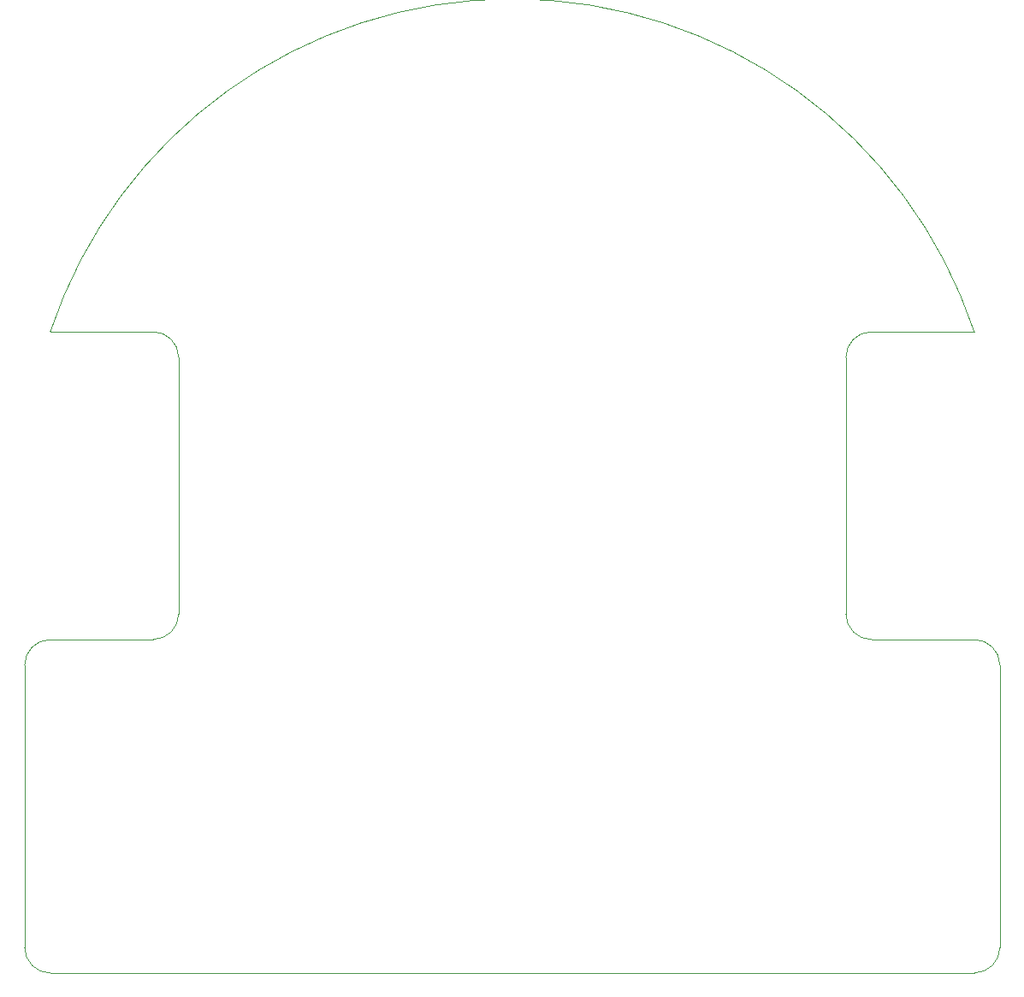
<source format=gbr>
G04 #@! TF.GenerationSoftware,KiCad,Pcbnew,(5.1.4-0-10_14)*
G04 #@! TF.CreationDate,2020-01-04T12:27:15+09:00*
G04 #@! TF.ProjectId,mouse,6d6f7573-652e-46b6-9963-61645f706362,rev?*
G04 #@! TF.SameCoordinates,Original*
G04 #@! TF.FileFunction,Profile,NP*
%FSLAX46Y46*%
G04 Gerber Fmt 4.6, Leading zero omitted, Abs format (unit mm)*
G04 Created by KiCad (PCBNEW (5.1.4-0-10_14)) date 2020-01-04 12:27:15*
%MOMM*%
%LPD*%
G04 APERTURE LIST*
%ADD10C,0.050000*%
G04 APERTURE END LIST*
D10*
X114300000Y-124460000D02*
X124459999Y-124460001D01*
X111760000Y-152400000D02*
X111760000Y-127000000D01*
X124460000Y-154940000D02*
X114300000Y-154940000D01*
X127000000Y-185420000D02*
X127000000Y-157480000D01*
X33020000Y-187960000D02*
X124460000Y-187960000D01*
X30480000Y-157480000D02*
X30480000Y-185420000D01*
X43180000Y-154940000D02*
X33020000Y-154940000D01*
X45720000Y-127000000D02*
X45720000Y-152400000D01*
X33020001Y-124460000D02*
X43180000Y-124460000D01*
X127000000Y-185420000D02*
G75*
G02X124460000Y-187960000I-2540000J0D01*
G01*
X33020000Y-187960000D02*
G75*
G02X30480000Y-185420000I0J2540000D01*
G01*
X30480000Y-157480000D02*
G75*
G02X33020000Y-154940000I2540000J0D01*
G01*
X45720000Y-152400000D02*
G75*
G02X43180000Y-154940000I-2540000J0D01*
G01*
X43180000Y-124460000D02*
G75*
G02X45720000Y-127000000I0J-2540000D01*
G01*
X111760000Y-127000000D02*
G75*
G02X114300000Y-124460000I2540000J0D01*
G01*
X114300000Y-154940000D02*
G75*
G02X111760000Y-152400000I0J2540000D01*
G01*
X124460000Y-154940000D02*
G75*
G02X127000000Y-157480000I0J-2540000D01*
G01*
X33020002Y-124460000D02*
G75*
G02X124459999Y-124460001I45719998J-15240000D01*
G01*
M02*

</source>
